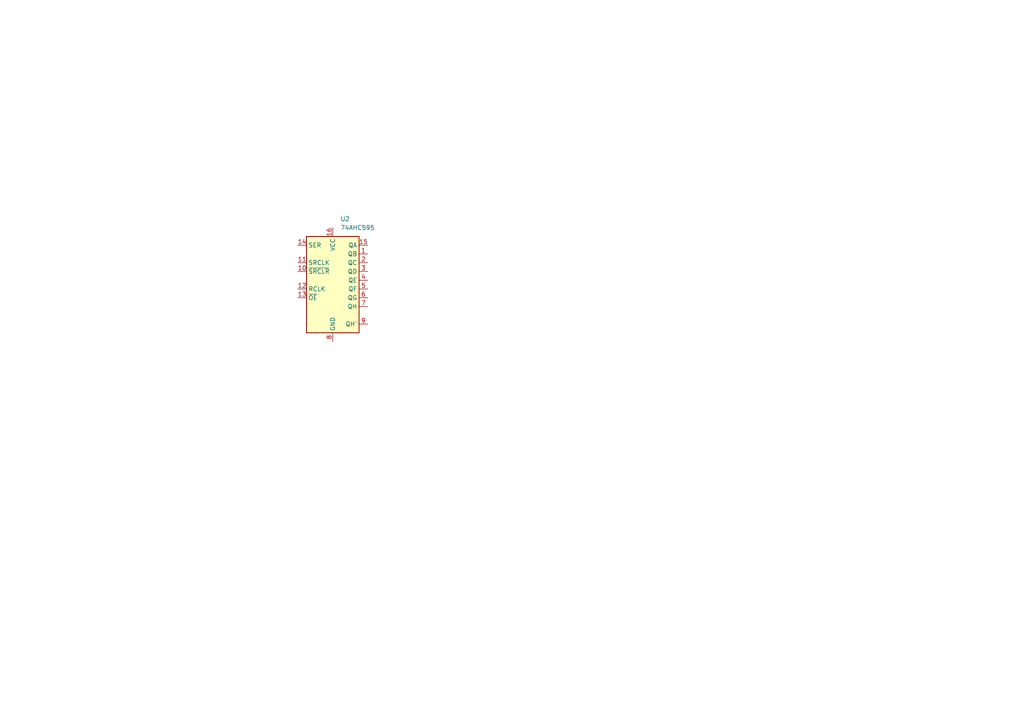
<source format=kicad_sch>
(kicad_sch (version 20230121) (generator eeschema)
  (paper "A4")
  (lib_symbols
    (symbol "74xx:74AHC595"
      (property "Reference" "U" (at -7.62 13.97 0))
      (property "Value" "74AHC595" (at -7.62 -16.51 0))
      (symbol "74AHC595_1_0"
        (pin tri_state line (at 10.16 7.62 180) (length 2.54) (name "QB") (number "1"))
        (pin input line (at -10.16 2.54 0) (length 2.54) (name "~{SRCLR}") (number "10"))
        (pin input line (at -10.16 5.08 0) (length 2.54) (name "SRCLK") (number "11"))
        (pin input line (at -10.16 -2.54 0) (length 2.54) (name "RCLK") (number "12"))
        (pin input line (at -10.16 -5.08 0) (length 2.54) (name "~{OE}") (number "13"))
        (pin input line (at -10.16 10.16 0) (length 2.54) (name "SER") (number "14"))
        (pin tri_state line (at 10.16 10.16 180) (length 2.54) (name "QA") (number "15"))
        (pin power_in line (at 0 15.24 270) (length 2.54) (name "VCC") (number "16"))
        (pin tri_state line (at 10.16 5.08 180) (length 2.54) (name "QC") (number "2"))
        (pin tri_state line (at 10.16 2.54 180) (length 2.54) (name "QD") (number "3"))
        (pin tri_state line (at 10.16 0 180) (length 2.54) (name "QE") (number "4"))
        (pin tri_state line (at 10.16 -2.54 180) (length 2.54) (name "QF") (number "5"))
        (pin tri_state line (at 10.16 -5.08 180) (length 2.54) (name "QG") (number "6"))
        (pin tri_state line (at 10.16 -7.62 180) (length 2.54) (name "QH") (number "7"))
        (pin power_in line (at 0 -17.78 90) (length 2.54) (name "GND") (number "8"))
        (pin output line (at 10.16 -12.7 180) (length 2.54) (name "QH'") (number "9"))
      )
      (symbol "74AHC595_1_1"
        (rectangle (start -7.62 12.7) (end 7.62 -15.24) (stroke (width 0.254)) (fill (type background)))
      )
    )
  )
  (symbol (lib_id "74xx:74AHC595") (at 96.52 81.28 0) (unit 1)
    (property "Reference" "U2" (at 98.7141 63.5 0) (effects (justify left)))
    (property "Value" "74AHC595" (at 98.7141 66.04 0) (effects (justify left)))
    (property "Footprint" "Package_DIP:DIP-16_W7.62mm" (effects hide))
    (property "Datasheet" "https://assets.nexperia.com/documents/data-sheet/74AHC_AHCT595.pdf" (effects hide))
  )
)
</source>
